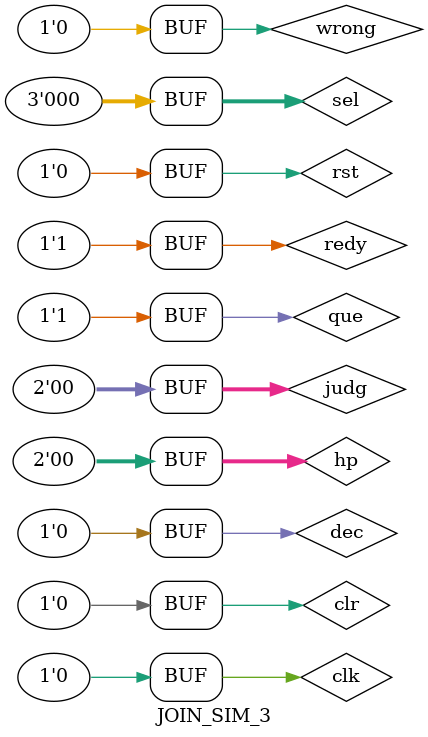
<source format=v>
`timescale 1ns / 100ps

module JOIN_SIM_3();

reg clk, rst, redy, que, wrong, dec, clr;
reg [1:0] judg, hp;
reg [2:0] sel;

//wire [3:0] seg1, seg2, seg3, seg4, seg5, seg6, seg1_q, seg2_q, seg3_q, count1, count2, count3;
wire [6:0] hex0, hex1, hex2, hex3, hex4, hex5;
wire [3:0] count1, count2, count3;
wire led;

JOIN j0(
//----------------input-----------
    .CLK(clk),
    .RST(rst),
    .READY(redy),
    .JUDG(judg),
    .QUE(que),
    .WRONG(wrong),
    .HP(hp),
    .SEL(sel),
    .DEC(dec),
    .CLR(clr),

 //----------------output----------   
    .HEX0(hex0),
    .HEX1(hex1),
    .HEX2(hex2),
    .HEX3(hex3),
    .HEX4(hex4),
    .HEX5(hex5),
    .COUNT1_OUT(count1),
    .COUNT2_OUT(count2),
    .COUNT3_OUT(count3),
    .LEDR(led)

);


always begin
        clk = 1;
  #0.8  clk = 0;
  #0.8;
end


initial begin


  rst = 0;
  redy = 0;
  que = 0;
  wrong = 0;
  judg = 2'b0;
  hp = 2'b0;
  sel = 3'b0;
  dec = 0;
  clr = 0;


#20 redy = 1;
#40 que = 1; //Switch to "INPUT"

end


endmodule
</source>
